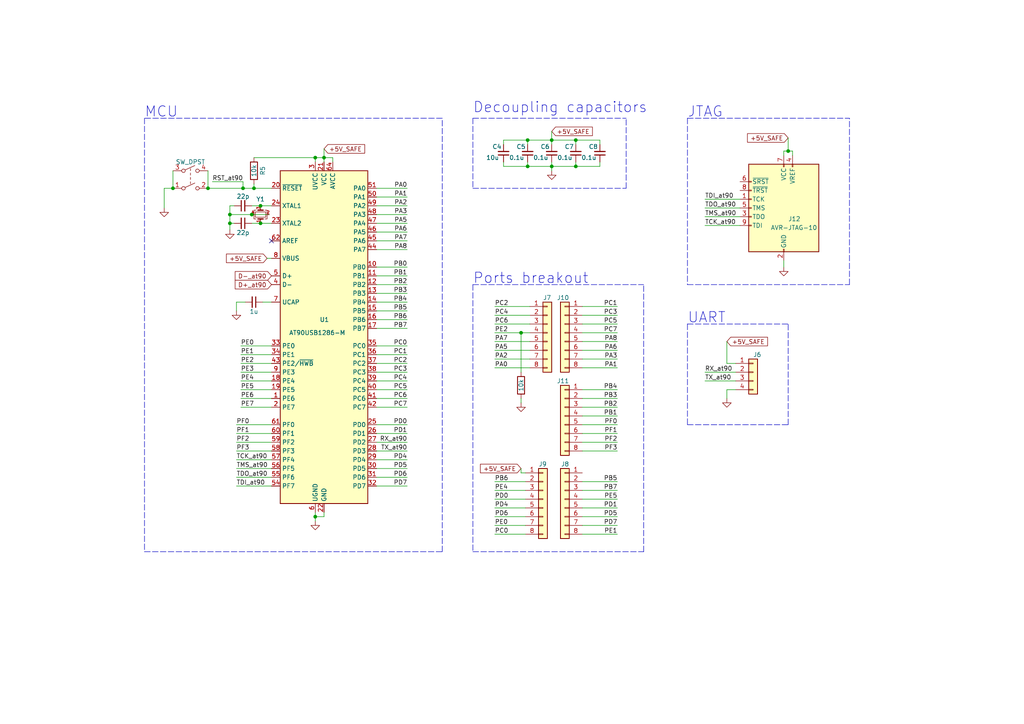
<source format=kicad_sch>
(kicad_sch (version 20211123) (generator eeschema)
  (paper "A4")
  (title_block (title "AVR breakout") (rev "0") (company "Stefano Nicolis"))
  (lib_symbols
    (symbol "Connector:AVR-JTAG-10" (pin_names (offset 1.016))
      (property "Reference" "J" (at -8.89 13.97 0))
      (property "Value" "AVR-JTAG-10" (at 1.27 13.97 0))
      (symbol "AVR-JTAG-10_0_1"
        (rectangle (start -2.667 12.7) (end -2.413 11.938))
        (rectangle (start -0.127 -11.938) (end 0.127 -12.7))
        (rectangle (start -0.127 12.7) (end 0.127 11.938))
        (rectangle (start 10.16 -4.953) (end 9.398 -5.207))
        (rectangle (start 10.16 -2.413) (end 9.398 -2.667))
        (rectangle (start 10.16 0.127) (end 9.398 -0.127))
        (rectangle (start 10.16 2.667) (end 9.398 2.413))
        (rectangle (start 10.16 5.207) (end 9.398 4.953))
        (rectangle (start 10.16 7.747) (end 9.398 7.493))
        (rectangle (start 10.16 12.7) (end -10.16 -12.7) (stroke (width 0.254)) (fill (type background)))
      )
      (symbol "AVR-JTAG-10_1_1"
        (pin passive line (at 12.7 2.54 180) (length 2.54) (name "TCK") (number "1"))
        (pin passive line (at 0 -15.24 90) (length 2.54) hide (name "GND") (number "10"))
        (pin passive line (at 0 -15.24 90) (length 2.54) (name "GND") (number "2"))
        (pin passive line (at 12.7 -2.54 180) (length 2.54) (name "TDO") (number "3"))
        (pin passive line (at -2.54 15.24 270) (length 2.54) (name "VREF") (number "4"))
        (pin passive line (at 12.7 0 180) (length 2.54) (name "TMS") (number "5"))
        (pin passive line (at 12.7 7.62 180) (length 2.54) (name "~{SRST}") (number "6"))
        (pin passive line (at 0 15.24 270) (length 2.54) (name "VCC") (number "7"))
        (pin passive line (at 12.7 5.08 180) (length 2.54) (name "~{TRST}") (number "8"))
        (pin passive line (at 12.7 -5.08 180) (length 2.54) (name "TDI") (number "9"))
      )
    )
    (symbol "Connector_Generic:Conn_01x04" (pin_names (offset 1.016) hide)
      (property "Reference" "J" (at 0 5.08 0))
      (property "Value" "Conn_01x04" (at 0 -7.62 0))
      (symbol "Conn_01x04_1_1"
        (rectangle (start -1.27 -4.953) (end 0 -5.207) (stroke (width 0.1524)))
        (rectangle (start -1.27 -2.413) (end 0 -2.667) (stroke (width 0.1524)))
        (rectangle (start -1.27 0.127) (end 0 -0.127) (stroke (width 0.1524)))
        (rectangle (start -1.27 2.667) (end 0 2.413) (stroke (width 0.1524)))
        (rectangle (start -1.27 3.81) (end 1.27 -6.35) (stroke (width 0.254)) (fill (type background)))
        (pin passive line (at -5.08 2.54 0) (length 3.81) (name "Pin_1") (number "1"))
        (pin passive line (at -5.08 0 0) (length 3.81) (name "Pin_2") (number "2"))
        (pin passive line (at -5.08 -2.54 0) (length 3.81) (name "Pin_3") (number "3"))
        (pin passive line (at -5.08 -5.08 0) (length 3.81) (name "Pin_4") (number "4"))
      )
    )
    (symbol "Connector_Generic:Conn_01x08" (pin_names (offset 1.016) hide)
      (property "Reference" "J" (at 0 10.16 0))
      (property "Value" "Conn_01x08" (at 0 -12.7 0))
      (symbol "Conn_01x08_1_1"
        (rectangle (start -1.27 -10.033) (end 0 -10.287) (stroke (width 0.1524)))
        (rectangle (start -1.27 -7.493) (end 0 -7.747) (stroke (width 0.1524)))
        (rectangle (start -1.27 -4.953) (end 0 -5.207) (stroke (width 0.1524)))
        (rectangle (start -1.27 -2.413) (end 0 -2.667) (stroke (width 0.1524)))
        (rectangle (start -1.27 0.127) (end 0 -0.127) (stroke (width 0.1524)))
        (rectangle (start -1.27 2.667) (end 0 2.413) (stroke (width 0.1524)))
        (rectangle (start -1.27 5.207) (end 0 4.953) (stroke (width 0.1524)))
        (rectangle (start -1.27 7.747) (end 0 7.493) (stroke (width 0.1524)))
        (rectangle (start -1.27 8.89) (end 1.27 -11.43) (stroke (width 0.254)) (fill (type background)))
        (pin passive line (at -5.08 7.62 0) (length 3.81) (name "Pin_1") (number "1"))
        (pin passive line (at -5.08 5.08 0) (length 3.81) (name "Pin_2") (number "2"))
        (pin passive line (at -5.08 2.54 0) (length 3.81) (name "Pin_3") (number "3"))
        (pin passive line (at -5.08 0 0) (length 3.81) (name "Pin_4") (number "4"))
        (pin passive line (at -5.08 -2.54 0) (length 3.81) (name "Pin_5") (number "5"))
        (pin passive line (at -5.08 -5.08 0) (length 3.81) (name "Pin_6") (number "6"))
        (pin passive line (at -5.08 -7.62 0) (length 3.81) (name "Pin_7") (number "7"))
        (pin passive line (at -5.08 -10.16 0) (length 3.81) (name "Pin_8") (number "8"))
      )
    )
    (symbol "Device:C_Small" (pin_numbers hide) (pin_names (offset 0.254) hide)
      (property "Reference" "C" (at 0.254 1.778 0))
      (property "Value" "C_Small" (at 0.254 -2.032 0))
      (symbol "C_Small_0_1"
        (polyline (pts (xy -1.524 -0.508) (xy 1.524 -0.508)) (stroke (width 0.3302)))
        (polyline (pts (xy -1.524 0.508) (xy 1.524 0.508)) (stroke (width 0.3048)))
      )
      (symbol "C_Small_1_1"
        (pin passive line (at 0 2.54 270) (length 2.032) (name "~") (number "1"))
        (pin passive line (at 0 -2.54 90) (length 2.032) (name "~") (number "2"))
      )
    )
    (symbol "Device:Crystal_GND24_Small" (pin_names (offset 1.016) hide)
      (property "Reference" "Y" (at 1.27 4.445 0))
      (property "Value" "Crystal_GND24_Small" (at 1.27 2.54 0))
      (symbol "Crystal_GND24_Small_0_1"
        (rectangle (start -0.762 -1.524) (end 0.762 1.524))
        (polyline (pts (xy -1.27 -0.762) (xy -1.27 0.762)) (stroke (width 0.381)))
        (polyline (pts (xy 1.27 -0.762) (xy 1.27 0.762)) (stroke (width 0.381)))
        (polyline (pts (xy -1.27 -1.27) (xy -1.27 -1.905) (xy 1.27 -1.905) (xy 1.27 -1.27)))
        (polyline (pts (xy -1.27 1.27) (xy -1.27 1.905) (xy 1.27 1.905) (xy 1.27 1.27)))
      )
      (symbol "Crystal_GND24_Small_1_1"
        (pin passive line (at -2.54 0 0) (length 1.27) (name "1") (number "1"))
        (pin passive line (at 0 -2.54 90) (length 0.635) (name "2") (number "2"))
        (pin passive line (at 2.54 0 180) (length 1.27) (name "3") (number "3"))
        (pin passive line (at 0 2.54 270) (length 0.635) (name "4") (number "4"))
      )
    )
    (symbol "Device:R" (pin_numbers hide) (pin_names (offset 0))
      (property "Reference" "R" (at 2.032 0 90))
      (property "Value" "R" (at 0 0 90))
      (symbol "R_0_1"
        (rectangle (start -1.016 -2.54) (end 1.016 2.54) (stroke (width 0.254)))
      )
      (symbol "R_1_1"
        (pin passive line (at 0 3.81 270) (length 1.27) (name "~") (number "1"))
        (pin passive line (at 0 -3.81 90) (length 1.27) (name "~") (number "2"))
      )
    )
    (symbol "MCU_Microchip_AVR:AT90USB1286-M"
      (property "Reference" "U" (at -12.7 49.53 0))
      (property "Value" "AT90USB1286-M" (at 2.54 -49.53 0))
      (symbol "AT90USB1286-M_0_1"
        (rectangle (start -12.7 -48.26) (end 12.7 48.26) (stroke (width 0.254)) (fill (type background)))
      )
      (symbol "AT90USB1286-M_1_1"
        (pin bidirectional line (at -15.24 -17.78 0) (length 2.54) (name "PE6") (number "1"))
        (pin bidirectional line (at 15.24 20.32 180) (length 2.54) (name "PB0") (number "10"))
        (pin bidirectional line (at 15.24 17.78 180) (length 2.54) (name "PB1") (number "11"))
        (pin bidirectional line (at 15.24 15.24 180) (length 2.54) (name "PB2") (number "12"))
        (pin bidirectional line (at 15.24 12.7 180) (length 2.54) (name "PB3") (number "13"))
        (pin bidirectional line (at 15.24 10.16 180) (length 2.54) (name "PB4") (number "14"))
        (pin bidirectional line (at 15.24 7.62 180) (length 2.54) (name "PB5") (number "15"))
        (pin bidirectional line (at 15.24 5.08 180) (length 2.54) (name "PB6") (number "16"))
        (pin bidirectional line (at 15.24 2.54 180) (length 2.54) (name "PB7") (number "17"))
        (pin bidirectional line (at -15.24 -12.7 0) (length 2.54) (name "PE4") (number "18"))
        (pin bidirectional line (at -15.24 -15.24 0) (length 2.54) (name "PE5") (number "19"))
        (pin bidirectional line (at -15.24 -20.32 0) (length 2.54) (name "PE7") (number "2"))
        (pin input line (at -15.24 43.18 0) (length 2.54) (name "~{RESET}") (number "20"))
        (pin power_in line (at 0 50.8 270) (length 2.54) (name "VCC") (number "21"))
        (pin power_in line (at 0 -50.8 90) (length 2.54) (name "GND") (number "22"))
        (pin output line (at -15.24 33.02 0) (length 2.54) (name "XTAL2") (number "23"))
        (pin input line (at -15.24 38.1 0) (length 2.54) (name "XTAL1") (number "24"))
        (pin bidirectional line (at 15.24 -25.4 180) (length 2.54) (name "PD0") (number "25"))
        (pin bidirectional line (at 15.24 -27.94 180) (length 2.54) (name "PD1") (number "26"))
        (pin bidirectional line (at 15.24 -30.48 180) (length 2.54) (name "PD2") (number "27"))
        (pin bidirectional line (at 15.24 -33.02 180) (length 2.54) (name "PD3") (number "28"))
        (pin bidirectional line (at 15.24 -35.56 180) (length 2.54) (name "PD4") (number "29"))
        (pin power_in line (at -2.54 50.8 270) (length 2.54) (name "UVCC") (number "3"))
        (pin bidirectional line (at 15.24 -38.1 180) (length 2.54) (name "PD5") (number "30"))
        (pin bidirectional line (at 15.24 -40.64 180) (length 2.54) (name "PD6") (number "31"))
        (pin bidirectional line (at 15.24 -43.18 180) (length 2.54) (name "PD7") (number "32"))
        (pin bidirectional line (at -15.24 -2.54 0) (length 2.54) (name "PE0") (number "33"))
        (pin bidirectional line (at -15.24 -5.08 0) (length 2.54) (name "PE1") (number "34"))
        (pin bidirectional line (at 15.24 -2.54 180) (length 2.54) (name "PC0") (number "35"))
        (pin bidirectional line (at 15.24 -5.08 180) (length 2.54) (name "PC1") (number "36"))
        (pin bidirectional line (at 15.24 -7.62 180) (length 2.54) (name "PC2") (number "37"))
        (pin bidirectional line (at 15.24 -10.16 180) (length 2.54) (name "PC3") (number "38"))
        (pin bidirectional line (at 15.24 -12.7 180) (length 2.54) (name "PC4") (number "39"))
        (pin bidirectional line (at -15.24 15.24 0) (length 2.54) (name "D-") (number "4"))
        (pin bidirectional line (at 15.24 -15.24 180) (length 2.54) (name "PC5") (number "40"))
        (pin bidirectional line (at 15.24 -17.78 180) (length 2.54) (name "PC6") (number "41"))
        (pin bidirectional line (at 15.24 -20.32 180) (length 2.54) (name "PC7") (number "42"))
        (pin bidirectional line (at -15.24 -7.62 0) (length 2.54) (name "PE2/~{HWB}") (number "43"))
        (pin bidirectional line (at 15.24 25.4 180) (length 2.54) (name "PA7") (number "44"))
        (pin bidirectional line (at 15.24 27.94 180) (length 2.54) (name "PA6") (number "45"))
        (pin bidirectional line (at 15.24 30.48 180) (length 2.54) (name "PA5") (number "46"))
        (pin bidirectional line (at 15.24 33.02 180) (length 2.54) (name "PA4") (number "47"))
        (pin bidirectional line (at 15.24 35.56 180) (length 2.54) (name "PA3") (number "48"))
        (pin bidirectional line (at 15.24 38.1 180) (length 2.54) (name "PA2") (number "49"))
        (pin bidirectional line (at -15.24 17.78 0) (length 2.54) (name "D+") (number "5"))
        (pin bidirectional line (at 15.24 40.64 180) (length 2.54) (name "PA1") (number "50"))
        (pin bidirectional line (at 15.24 43.18 180) (length 2.54) (name "PA0") (number "51"))
        (pin passive line (at 0 50.8 270) (length 2.54) hide (name "VCC") (number "52"))
        (pin passive line (at 0 -50.8 90) (length 2.54) hide (name "GND") (number "53"))
        (pin bidirectional line (at -15.24 -43.18 0) (length 2.54) (name "PF7") (number "54"))
        (pin bidirectional line (at -15.24 -40.64 0) (length 2.54) (name "PF6") (number "55"))
        (pin bidirectional line (at -15.24 -38.1 0) (length 2.54) (name "PF5") (number "56"))
        (pin bidirectional line (at -15.24 -35.56 0) (length 2.54) (name "PF4") (number "57"))
        (pin bidirectional line (at -15.24 -33.02 0) (length 2.54) (name "PF3") (number "58"))
        (pin bidirectional line (at -15.24 -30.48 0) (length 2.54) (name "PF2") (number "59"))
        (pin power_in line (at -2.54 -50.8 90) (length 2.54) (name "UGND") (number "6"))
        (pin bidirectional line (at -15.24 -27.94 0) (length 2.54) (name "PF1") (number "60"))
        (pin bidirectional line (at -15.24 -25.4 0) (length 2.54) (name "PF0") (number "61"))
        (pin passive line (at -15.24 27.94 0) (length 2.54) (name "AREF") (number "62"))
        (pin passive line (at 0 -50.8 90) (length 2.54) hide (name "GND") (number "63"))
        (pin power_in line (at 2.54 50.8 270) (length 2.54) (name "AVCC") (number "64"))
        (pin passive line (at 0 -50.8 90) (length 2.54) hide (name "GND") (number "65"))
        (pin passive line (at -15.24 10.16 0) (length 2.54) (name "UCAP") (number "7"))
        (pin input line (at -15.24 22.86 0) (length 2.54) (name "VBUS") (number "8"))
        (pin bidirectional line (at -15.24 -10.16 0) (length 2.54) (name "PE3") (number "9"))
      )
    )
    (symbol "Switch:SW_DPST" (pin_names (offset 0) hide)
      (property "Reference" "SW" (at 0 5.08 0))
      (property "Value" "SW_DPST" (at 0 -5.08 0))
      (symbol "SW_DPST_0_0"
        (circle (center -2.032 -2.54) (radius 0.508))
        (circle (center -2.032 2.54) (radius 0.508))
        (polyline (pts (xy -1.524 -2.286) (xy 1.27 -1.016)))
        (polyline (pts (xy -1.524 2.794) (xy 1.27 4.064)))
        (polyline (pts (xy 0 -1.27) (xy 0 -0.635)))
        (polyline (pts (xy 0 0) (xy 0 0.635)))
        (polyline (pts (xy 0 1.27) (xy 0 1.905)))
        (polyline (pts (xy 0 2.54) (xy 0 3.175)))
        (circle (center 2.032 -2.54) (radius 0.508))
        (circle (center 2.032 2.54) (radius 0.508))
      )
      (symbol "SW_DPST_1_1"
        (pin passive line (at -5.08 -2.54 0) (length 2.54) (name "1") (number "1"))
        (pin passive line (at 5.08 -2.54 180) (length 2.54) (name "2") (number "2"))
        (pin passive line (at -5.08 2.54 0) (length 2.54) (name "3") (number "3"))
        (pin passive line (at 5.08 2.54 180) (length 2.54) (name "4") (number "4"))
      )
    )
    (symbol "power:GND" (power) (pin_names (offset 0))
      (property "Value" "GND" (at 0 -3.81 0))
      (symbol "GND_0_1"
        (polyline (pts (xy 0 0) (xy 0 -1.27) (xy 1.27 -1.27) (xy 0 -2.54) (xy -1.27 -1.27) (xy 0 -1.27)))
      )
      (symbol "GND_1_1"
        (pin power_in line (at 0 0 270) (length 0) hide (name "GND") (number "1"))
      )
    )
  )
  (junction (at 70.485 54.61))
  (junction (at 60.325 54.61))
  (junction (at 160.02 40.64))
  (junction (at 167.005 48.26))
  (junction (at 73.025 62.23))
  (junction (at 93.98 45.72))
  (junction (at 66.675 62.23))
  (junction (at 66.675 64.77))
  (junction (at 75.565 59.69))
  (junction (at 151.13 96.52))
  (junction (at 91.44 149.86))
  (junction (at 75.565 64.77))
  (junction (at 153.035 40.64))
  (junction (at 167.005 40.64))
  (junction (at 91.44 45.72))
  (junction (at 160.02 48.26))
  (junction (at 50.165 54.61))
  (junction (at 153.035 48.26))
  (junction (at 228.6 43.815))
  (junction (at 73.66 54.61))
  (no_connect (at 78.74 69.85))
  (wire (pts (xy 91.44 46.99) (xy 91.44 45.72)))
  (polyline (pts (xy 199.39 123.19) (xy 228.6 123.19)))
  (wire (pts (xy 168.91 115.57) (xy 179.07 115.57)))
  (wire (pts (xy 77.47 74.93) (xy 78.74 74.93)))
  (wire (pts (xy 78.74 100.33) (xy 69.85 100.33)))
  (wire (pts (xy 78.74 118.11) (xy 69.85 118.11)))
  (wire (pts (xy 68.58 133.35) (xy 78.74 133.35)))
  (wire (pts (xy 173.99 40.64) (xy 173.99 41.91)))
  (wire (pts (xy 151.13 137.16) (xy 152.4 137.16)))
  (wire (pts (xy 73.025 59.69) (xy 75.565 59.69)))
  (wire (pts (xy 168.91 91.44) (xy 179.07 91.44)))
  (wire (pts (xy 228.6 40.005) (xy 228.6 43.815)))
  (wire (pts (xy 68.58 135.89) (xy 78.74 135.89)))
  (wire (pts (xy 109.22 72.39) (xy 118.11 72.39)))
  (wire (pts (xy 109.22 92.71) (xy 118.11 92.71)))
  (wire (pts (xy 76.2 87.63) (xy 78.74 87.63)))
  (wire (pts (xy 153.035 48.26) (xy 153.035 46.99)))
  (wire (pts (xy 109.22 100.33) (xy 118.11 100.33)))
  (wire (pts (xy 168.91 106.68) (xy 179.07 106.68)))
  (wire (pts (xy 109.22 105.41) (xy 118.11 105.41)))
  (wire (pts (xy 109.22 115.57) (xy 118.11 115.57)))
  (wire (pts (xy 168.91 139.7) (xy 179.07 139.7)))
  (wire (pts (xy 179.07 149.86) (xy 168.91 149.86)))
  (wire (pts (xy 91.44 149.86) (xy 93.98 149.86)))
  (polyline (pts (xy 186.69 160.02) (xy 186.69 82.55)))
  (wire (pts (xy 167.005 40.64) (xy 167.005 41.91)))
  (wire (pts (xy 109.22 67.31) (xy 118.11 67.31)))
  (wire (pts (xy 66.675 62.23) (xy 73.025 62.23)))
  (wire (pts (xy 168.91 128.27) (xy 179.07 128.27)))
  (wire (pts (xy 151.13 96.52) (xy 153.67 96.52)))
  (polyline (pts (xy 41.91 160.02) (xy 128.27 160.02)))
  (wire (pts (xy 153.035 48.26) (xy 146.05 48.26)))
  (wire (pts (xy 146.05 40.64) (xy 153.035 40.64)))
  (wire (pts (xy 160.02 48.26) (xy 153.035 48.26)))
  (polyline (pts (xy 137.16 82.55) (xy 186.69 82.55)))
  (wire (pts (xy 47.625 54.61) (xy 47.625 60.325)))
  (wire (pts (xy 70.485 54.61) (xy 73.66 54.61)))
  (wire (pts (xy 143.51 149.86) (xy 152.4 149.86)))
  (wire (pts (xy 160.02 40.64) (xy 167.005 40.64)))
  (wire (pts (xy 143.51 139.7) (xy 152.4 139.7)))
  (wire (pts (xy 168.91 99.06) (xy 179.07 99.06)))
  (wire (pts (xy 78.74 102.87) (xy 69.85 102.87)))
  (wire (pts (xy 168.91 144.78) (xy 179.07 144.78)))
  (wire (pts (xy 67.945 59.69) (xy 66.675 59.69)))
  (wire (pts (xy 93.98 43.18) (xy 93.98 45.72)))
  (wire (pts (xy 204.47 107.95) (xy 213.36 107.95)))
  (polyline (pts (xy 137.16 34.29) (xy 137.16 54.61)))
  (wire (pts (xy 213.36 113.03) (xy 210.82 113.03)))
  (wire (pts (xy 93.98 148.59) (xy 93.98 149.86)))
  (wire (pts (xy 204.47 57.785) (xy 214.63 57.785)))
  (wire (pts (xy 160.02 48.26) (xy 160.02 49.53)))
  (wire (pts (xy 143.51 91.44) (xy 153.67 91.44)))
  (wire (pts (xy 50.165 49.53) (xy 50.165 54.61)))
  (wire (pts (xy 91.44 148.59) (xy 91.44 149.86)))
  (wire (pts (xy 73.66 45.72) (xy 91.44 45.72)))
  (wire (pts (xy 143.51 88.9) (xy 153.67 88.9)))
  (wire (pts (xy 109.22 113.03) (xy 118.11 113.03)))
  (wire (pts (xy 61.595 52.705) (xy 70.485 52.705)))
  (wire (pts (xy 143.51 147.32) (xy 152.4 147.32)))
  (polyline (pts (xy 137.16 34.29) (xy 181.61 34.29)))
  (polyline (pts (xy 137.16 54.61) (xy 181.61 54.61)))
  (wire (pts (xy 50.165 54.61) (xy 47.625 54.61)))
  (wire (pts (xy 168.91 104.14) (xy 179.07 104.14)))
  (wire (pts (xy 60.325 49.53) (xy 60.325 54.61)))
  (wire (pts (xy 78.74 113.03) (xy 69.85 113.03)))
  (wire (pts (xy 68.58 130.81) (xy 78.74 130.81)))
  (wire (pts (xy 168.91 147.32) (xy 179.07 147.32)))
  (wire (pts (xy 66.675 64.77) (xy 67.945 64.77)))
  (wire (pts (xy 66.675 62.23) (xy 66.675 64.77)))
  (wire (pts (xy 151.13 135.89) (xy 151.13 137.16)))
  (wire (pts (xy 109.22 77.47) (xy 118.11 77.47)))
  (wire (pts (xy 143.51 93.98) (xy 153.67 93.98)))
  (wire (pts (xy 109.22 135.89) (xy 118.11 135.89)))
  (wire (pts (xy 109.22 130.81) (xy 118.11 130.81)))
  (wire (pts (xy 143.51 96.52) (xy 151.13 96.52)))
  (wire (pts (xy 143.51 154.94) (xy 152.4 154.94)))
  (wire (pts (xy 168.91 118.11) (xy 179.07 118.11)))
  (wire (pts (xy 68.58 128.27) (xy 78.74 128.27)))
  (wire (pts (xy 109.22 128.27) (xy 118.11 128.27)))
  (wire (pts (xy 109.22 57.15) (xy 118.11 57.15)))
  (wire (pts (xy 109.22 133.35) (xy 118.11 133.35)))
  (wire (pts (xy 91.44 45.72) (xy 93.98 45.72)))
  (wire (pts (xy 68.58 125.73) (xy 78.74 125.73)))
  (wire (pts (xy 204.47 62.865) (xy 214.63 62.865)))
  (wire (pts (xy 109.22 102.87) (xy 118.11 102.87)))
  (wire (pts (xy 204.47 65.405) (xy 214.63 65.405)))
  (wire (pts (xy 78.74 105.41) (xy 69.85 105.41)))
  (wire (pts (xy 227.33 43.815) (xy 227.33 45.085)))
  (wire (pts (xy 153.035 40.64) (xy 160.02 40.64)))
  (wire (pts (xy 160.02 40.64) (xy 160.02 41.91)))
  (wire (pts (xy 60.325 54.61) (xy 70.485 54.61)))
  (wire (pts (xy 109.22 138.43) (xy 118.11 138.43)))
  (wire (pts (xy 146.05 41.91) (xy 146.05 40.64)))
  (wire (pts (xy 143.51 104.14) (xy 153.67 104.14)))
  (wire (pts (xy 109.22 123.19) (xy 118.11 123.19)))
  (wire (pts (xy 160.02 38.1) (xy 160.02 40.64)))
  (wire (pts (xy 109.22 64.77) (xy 118.11 64.77)))
  (wire (pts (xy 73.66 54.61) (xy 78.74 54.61)))
  (polyline (pts (xy 199.39 34.29) (xy 246.38 34.29)))
  (wire (pts (xy 66.675 59.69) (xy 66.675 62.23)))
  (wire (pts (xy 167.005 48.26) (xy 160.02 48.26)))
  (wire (pts (xy 204.47 60.325) (xy 214.63 60.325)))
  (wire (pts (xy 168.91 96.52) (xy 179.07 96.52)))
  (wire (pts (xy 168.91 120.65) (xy 179.07 120.65)))
  (wire (pts (xy 78.74 115.57) (xy 69.85 115.57)))
  (wire (pts (xy 73.66 53.34) (xy 73.66 54.61)))
  (wire (pts (xy 179.07 152.4) (xy 168.91 152.4)))
  (wire (pts (xy 93.98 45.72) (xy 93.98 46.99)))
  (wire (pts (xy 109.22 82.55) (xy 118.11 82.55)))
  (wire (pts (xy 143.51 152.4) (xy 152.4 152.4)))
  (polyline (pts (xy 137.16 82.55) (xy 137.16 160.02)))
  (polyline (pts (xy 246.38 82.55) (xy 246.38 34.29)))
  (wire (pts (xy 143.51 99.06) (xy 153.67 99.06)))
  (wire (pts (xy 168.91 93.98) (xy 179.07 93.98)))
  (polyline (pts (xy 41.91 34.29) (xy 41.91 160.02)))
  (wire (pts (xy 167.005 40.64) (xy 173.99 40.64)))
  (wire (pts (xy 109.22 87.63) (xy 118.11 87.63)))
  (wire (pts (xy 168.91 88.9) (xy 179.07 88.9)))
  (wire (pts (xy 153.035 40.64) (xy 153.035 41.91)))
  (wire (pts (xy 66.675 64.77) (xy 66.675 66.675)))
  (wire (pts (xy 227.33 75.565) (xy 227.33 77.47)))
  (wire (pts (xy 213.36 105.41) (xy 210.82 105.41)))
  (wire (pts (xy 228.6 43.815) (xy 227.33 43.815)))
  (wire (pts (xy 143.51 106.68) (xy 153.67 106.68)))
  (wire (pts (xy 68.58 140.97) (xy 78.74 140.97)))
  (polyline (pts (xy 199.39 93.98) (xy 199.39 123.19)))
  (wire (pts (xy 68.58 138.43) (xy 78.74 138.43)))
  (wire (pts (xy 70.485 54.61) (xy 70.485 52.705)))
  (polyline (pts (xy 228.6 123.19) (xy 228.6 93.98)))
  (wire (pts (xy 204.47 110.49) (xy 213.36 110.49)))
  (wire (pts (xy 109.22 69.85) (xy 118.11 69.85)))
  (wire (pts (xy 93.98 45.72) (xy 96.52 45.72)))
  (wire (pts (xy 78.74 107.95) (xy 69.85 107.95)))
  (wire (pts (xy 109.22 62.23) (xy 118.11 62.23)))
  (wire (pts (xy 146.05 48.26) (xy 146.05 46.99)))
  (wire (pts (xy 168.91 123.19) (xy 179.07 123.19)))
  (wire (pts (xy 229.87 45.085) (xy 229.87 43.815)))
  (wire (pts (xy 68.58 123.19) (xy 78.74 123.19)))
  (wire (pts (xy 160.02 48.26) (xy 160.02 46.99)))
  (wire (pts (xy 109.22 140.97) (xy 118.11 140.97)))
  (wire (pts (xy 96.52 45.72) (xy 96.52 46.99)))
  (wire (pts (xy 168.91 125.73) (xy 179.07 125.73)))
  (wire (pts (xy 109.22 95.25) (xy 118.11 95.25)))
  (wire (pts (xy 71.12 87.63) (xy 68.58 87.63)))
  (wire (pts (xy 168.91 101.6) (xy 179.07 101.6)))
  (wire (pts (xy 210.82 99.06) (xy 210.82 105.41)))
  (wire (pts (xy 109.22 54.61) (xy 118.11 54.61)))
  (wire (pts (xy 109.22 110.49) (xy 118.11 110.49)))
  (wire (pts (xy 68.58 87.63) (xy 68.58 90.17)))
  (wire (pts (xy 109.22 80.01) (xy 118.11 80.01)))
  (wire (pts (xy 228.6 43.815) (xy 229.87 43.815)))
  (wire (pts (xy 109.22 107.95) (xy 118.11 107.95)))
  (wire (pts (xy 210.82 113.03) (xy 210.82 115.57)))
  (wire (pts (xy 173.99 46.99) (xy 173.99 48.26)))
  (polyline (pts (xy 181.61 54.61) (xy 181.61 34.29)))
  (wire (pts (xy 73.025 62.23) (xy 78.105 62.23)))
  (polyline (pts (xy 137.16 160.02) (xy 186.69 160.02)))
  (wire (pts (xy 143.51 142.24) (xy 152.4 142.24)))
  (wire (pts (xy 151.13 96.52) (xy 151.13 107.95)))
  (wire (pts (xy 78.74 110.49) (xy 69.85 110.49)))
  (polyline (pts (xy 128.27 160.02) (xy 128.27 34.29)))
  (polyline (pts (xy 128.27 34.29) (xy 41.91 34.29)))
  (wire (pts (xy 109.22 59.69) (xy 118.11 59.69)))
  (wire (pts (xy 91.44 149.86) (xy 91.44 151.13)))
  (wire (pts (xy 179.07 154.94) (xy 168.91 154.94)))
  (polyline (pts (xy 199.39 93.98) (xy 228.6 93.98)))
  (wire (pts (xy 173.99 48.26) (xy 167.005 48.26)))
  (polyline (pts (xy 199.39 82.55) (xy 246.38 82.55)))
  (wire (pts (xy 168.91 113.03) (xy 179.07 113.03)))
  (wire (pts (xy 151.13 115.57) (xy 151.13 116.84)))
  (wire (pts (xy 109.22 125.73) (xy 118.11 125.73)))
  (wire (pts (xy 109.22 85.09) (xy 118.11 85.09)))
  (wire (pts (xy 167.005 48.26) (xy 167.005 46.99)))
  (wire (pts (xy 143.51 144.78) (xy 152.4 144.78)))
  (wire (pts (xy 109.22 90.17) (xy 118.11 90.17)))
  (wire (pts (xy 143.51 101.6) (xy 153.67 101.6)))
  (polyline (pts (xy 199.39 34.29) (xy 199.39 82.55)))
  (wire (pts (xy 75.565 64.77) (xy 78.74 64.77)))
  (wire (pts (xy 109.22 118.11) (xy 118.11 118.11)))
  (wire (pts (xy 168.91 142.24) (xy 179.07 142.24)))
  (wire (pts (xy 73.025 64.77) (xy 75.565 64.77)))
  (wire (pts (xy 75.565 59.69) (xy 78.74 59.69)))
  (wire (pts (xy 168.91 130.81) (xy 179.07 130.81)))
  (text "Ports breakout" (at 137.16 82.55 0) (effects (font (size 3 3)) (justify left bottom)))
  (text "MCU" (at 41.91 34.29 0) (effects (font (size 3 3)) (justify left bottom)))
  (text "JTAG" (at 199.39 34.29 0) (effects (font (size 3 3)) (justify left bottom)))
  (text "UART" (at 199.39 93.98 0) (effects (font (size 3 3)) (justify left bottom)))
  (text "Decoupling capacitors" (at 137.16 33.02 0) (effects (font (size 3 3)) (justify left bottom)))
  (label "PB3" (at 179.07 115.57 180))
  (label "TCK_at90" (at 68.58 133.35 0))
  (label "PC5" (at 179.07 93.98 180))
  (label "PA0" (at 143.51 106.68 0))
  (label "PE7" (at 69.85 118.11 0))
  (label "PB1" (at 118.11 80.01 180))
  (label "PC4" (at 143.51 91.44 0))
  (label "PF1" (at 68.58 125.73 0))
  (label "PA0" (at 118.11 54.61 180))
  (label "PF3" (at 179.07 130.81 180))
  (label "PD5" (at 179.07 149.86 180))
  (label "PF2" (at 68.58 128.27 0))
  (label "PD6" (at 143.51 149.86 0))
  (label "PA1" (at 179.07 106.68 180))
  (label "PA5" (at 143.51 101.6 0))
  (label "PA8" (at 179.07 99.06 180))
  (label "PA6" (at 118.11 67.31 180))
  (label "PB5" (at 118.11 90.17 180))
  (label "RX_at90" (at 204.47 107.95 0))
  (label "PE1" (at 69.85 102.87 0))
  (label "PB6" (at 143.51 139.7 0))
  (label "PC1" (at 179.07 88.9 180))
  (label "PC3" (at 179.07 91.44 180))
  (label "PB6" (at 118.11 92.71 180))
  (label "PE6" (at 69.85 115.57 0))
  (label "TX_at90" (at 118.11 130.81 180))
  (label "PE5" (at 179.07 144.78 180))
  (label "PD7" (at 179.07 152.4 180))
  (label "PC3" (at 118.11 107.95 180))
  (label "TDI_at90" (at 204.47 57.785 0))
  (label "PC2" (at 118.11 105.41 180))
  (label "PB0" (at 118.11 77.47 180))
  (label "PF1" (at 179.07 125.73 180))
  (label "PC4" (at 118.11 110.49 180))
  (label "PE4" (at 69.85 110.49 0))
  (label "PD0" (at 143.51 144.78 0))
  (label "PC5" (at 118.11 113.03 180))
  (label "PC0" (at 118.11 100.33 180))
  (label "TDO_at90" (at 204.47 60.325 0))
  (label "PF0" (at 179.07 123.19 180))
  (label "PA7" (at 118.11 69.85 180))
  (label "PC2" (at 143.51 88.9 0))
  (label "PB7" (at 118.11 95.25 180))
  (label "PC7" (at 118.11 118.11 180))
  (label "TDO_at90" (at 68.58 138.43 0))
  (label "PB3" (at 118.11 85.09 180))
  (label "TX_at90" (at 204.47 110.49 0))
  (label "PC6" (at 118.11 115.57 180))
  (label "PF3" (at 68.58 130.81 0))
  (label "PD7" (at 118.11 140.97 180))
  (label "TMS_at90" (at 68.58 135.89 0))
  (label "PE0" (at 69.85 100.33 0))
  (label "PB2" (at 118.11 82.55 180))
  (label "PE3" (at 69.85 107.95 0))
  (label "RST_at90" (at 61.595 52.705 0))
  (label "PC1" (at 118.11 102.87 180))
  (label "PD6" (at 118.11 138.43 180))
  (label "TMS_at90" (at 204.47 62.865 0))
  (label "PE1" (at 179.07 154.94 180))
  (label "PD4" (at 118.11 133.35 180))
  (label "PD5" (at 118.11 135.89 180))
  (label "PE5" (at 69.85 113.03 0))
  (label "PD4" (at 143.51 147.32 0))
  (label "PA3" (at 179.07 104.14 180))
  (label "PE4" (at 143.51 142.24 0))
  (label "PB7" (at 179.07 142.24 180))
  (label "PF0" (at 68.58 123.19 0))
  (label "PD0" (at 118.11 123.19 180))
  (label "PA6" (at 179.07 101.6 180))
  (label "PB1" (at 179.07 120.65 180))
  (label "PE0" (at 143.51 152.4 0))
  (label "PE2" (at 143.51 96.52 0))
  (label "PC7" (at 179.07 96.52 180))
  (label "PB2" (at 179.07 118.11 180))
  (label "PC6" (at 143.51 93.98 0))
  (label "TDI_at90" (at 68.58 140.97 0))
  (label "PB4" (at 179.07 113.03 180))
  (label "RX_at90" (at 118.11 128.27 180))
  (label "PA5" (at 118.11 64.77 180))
  (label "PA2" (at 143.51 104.14 0))
  (label "PC0" (at 143.51 154.94 0))
  (label "PF2" (at 179.07 128.27 180))
  (label "PA8" (at 118.11 72.39 180))
  (label "PA1" (at 118.11 57.15 180))
  (label "PA3" (at 118.11 62.23 180))
  (label "PB5" (at 179.07 139.7 180))
  (label "PD1" (at 118.11 125.73 180))
  (label "PD1" (at 179.07 147.32 180))
  (label "PB4" (at 118.11 87.63 180))
  (label "PA2" (at 118.11 59.69 180))
  (label "PE2" (at 69.85 105.41 0))
  (label "PA7" (at 143.51 99.06 0))
  (label "TCK_at90" (at 204.47 65.405 0))
  (global_label "+5V_SAFE" (shape input) (at 151.13 135.89 180) (property "Intersheet References" "${INTERSHEET_REFS}" (effects hide)))
  (global_label "+5V_SAFE" (shape input) (at 93.98 43.18 0) (property "Intersheet References" "${INTERSHEET_REFS}" (effects hide)))
  (global_label "D-_at90" (shape input) (at 78.74 80.01 180) (property "Intersheet References" "${INTERSHEET_REFS}" (effects hide)))
  (global_label "+5V_SAFE" (shape input) (at 228.6 40.005 180) (property "Intersheet References" "${INTERSHEET_REFS}" (effects hide)))
  (global_label "+5V_SAFE" (shape input) (at 210.82 99.06 0) (property "Intersheet References" "${INTERSHEET_REFS}" (effects hide)))
  (global_label "D+_at90" (shape input) (at 78.74 82.55 180) (property "Intersheet References" "${INTERSHEET_REFS}" (effects hide)))
  (global_label "+5V_SAFE" (shape input) (at 77.47 74.93 180) (property "Intersheet References" "${INTERSHEET_REFS}" (effects hide)))
  (global_label "+5V_SAFE" (shape input) (at 160.02 38.1 0) (property "Intersheet References" "${INTERSHEET_REFS}" (effects hide)))
  (symbol (lib_id "power:GND") (at 227.33 77.47 0) (unit 1)
    (property "Reference" "#PWR013" (effects hide))
    (property "Value" "GND" (effects hide))
  )
  (symbol (lib_id "MCU_Microchip_AVR:AT90USB1286-M") (at 93.98 97.79 0) (unit 1)
    (property "Reference" "U1" (at 92.71 92.71 0) (effects (justify left)))
    (property "Value" "AT90USB1286-M" (at 83.82 96.52 0) (effects (justify left)))
    (property "Footprint" "Package_DFN_QFN:QFN-64-1EP_9x9mm_P0.5mm_EP7.5x7.5mm" (effects hide))
    (property "Datasheet" "http://ww1.microchip.com/downloads/en/DeviceDoc/doc7593.pdf" (effects hide))
  )
  (symbol (lib_id "power:GND") (at 160.02 49.53 0) (unit 1)
    (property "Reference" "#PWR010" (effects hide))
    (property "Value" "GND" (effects hide))
  )
  (symbol (lib_id "Switch:SW_DPST") (at 55.245 52.07 0) (unit 1)
    (property "Reference" "SW1" (effects hide))
    (property "Value" "SW_DPST" (at 55.245 46.9701 0))
    (property "Footprint" "PTS526:PTS526" (effects hide))
  )
  (symbol (lib_id "Device:C_Small") (at 173.99 44.45 180) (unit 1)
    (property "Reference" "C8" (at 172.085 42.545 0))
    (property "Value" "0.1u" (at 170.815 45.72 0))
    (property "Footprint" "Capacitor_SMD:C_0603_1608Metric" (effects hide))
  )
  (symbol (lib_id "Connector_Generic:Conn_01x08") (at 163.83 96.52 0) (mirror y) (unit 1)
    (property "Reference" "J10" (at 165.1 86.36 0) (effects (justify left)))
    (property "Value" "Conn_01x08" (effects hide))
    (property "Footprint" "Connector_PinHeader_2.54mm:PinHeader_1x08_P2.54mm_Vertical" (effects hide))
  )
  (symbol (lib_id "Connector_Generic:Conn_01x08") (at 163.83 144.78 0) (mirror y) (unit 1)
    (property "Reference" "J8" (at 165.1 134.62 0) (effects (justify left)))
    (property "Value" "Conn_01x08" (effects hide))
    (property "Footprint" "Connector_PinHeader_2.54mm:PinHeader_1x08_P2.54mm_Vertical" (effects hide))
  )
  (symbol (lib_id "Connector_Generic:Conn_01x08") (at 158.75 96.52 0) (unit 1)
    (property "Reference" "J7" (at 157.48 86.36 0) (effects (justify left)))
    (property "Value" "Conn_01x08" (effects hide))
    (property "Footprint" "Connector_PinHeader_2.54mm:PinHeader_1x08_P2.54mm_Vertical" (effects hide))
  )
  (symbol (lib_id "Connector:AVR-JTAG-10") (at 227.33 60.325 0) (mirror y) (unit 1)
    (property "Reference" "J12" (at 228.6 63.5 0) (effects (justify right)))
    (property "Value" "AVR-JTAG-10" (at 223.52 66.04 0) (effects (justify right)))
    (property "Footprint" "Connector_PinHeader_2.54mm:PinHeader_2x05_P2.54mm_Vertical" (effects hide))
    (property "Datasheet" " ~" (effects hide))
  )
  (symbol (lib_id "Connector_Generic:Conn_01x04") (at 218.44 107.95 0) (unit 1)
    (property "Reference" "J6" (at 218.44 102.87 0) (effects (justify left)))
    (property "Value" "Conn_01x04" (effects hide))
    (property "Footprint" "Connector_PinHeader_2.54mm:PinHeader_1x04_P2.54mm_Vertical" (effects hide))
  )
  (symbol (lib_id "Device:C_Small") (at 73.66 87.63 270) (unit 1)
    (property "Reference" "C3" (effects hide))
    (property "Value" "1u" (at 73.6537 90.355 90))
    (property "Footprint" "Capacitor_SMD:C_0603_1608Metric" (effects hide))
  )
  (symbol (lib_id "power:GND") (at 47.625 60.325 0) (unit 1)
    (property "Reference" "#PWR05" (effects hide))
    (property "Value" "GND" (effects hide))
  )
  (symbol (lib_id "Device:C_Small") (at 167.005 44.45 180) (unit 1)
    (property "Reference" "C7" (at 165.1 42.545 0))
    (property "Value" "0.1u" (at 163.83 45.72 0))
    (property "Footprint" "Capacitor_SMD:C_0603_1608Metric" (effects hide))
  )
  (symbol (lib_id "power:GND") (at 68.58 90.17 0) (unit 1)
    (property "Reference" "#PWR07" (effects hide))
    (property "Value" "GND" (effects hide))
  )
  (symbol (lib_id "power:GND") (at 151.13 116.84 0) (unit 1)
    (property "Reference" "#PWR012" (effects hide))
    (property "Value" "GND" (effects hide))
  )
  (symbol (lib_id "Connector_Generic:Conn_01x08") (at 163.83 120.65 0) (mirror y) (unit 1)
    (property "Reference" "J11" (at 165.1 110.49 0) (effects (justify left)))
    (property "Value" "Conn_01x08" (effects hide))
    (property "Footprint" "Connector_PinHeader_2.54mm:PinHeader_1x08_P2.54mm_Vertical" (effects hide))
  )
  (symbol (lib_id "power:GND") (at 91.44 151.13 0) (unit 1)
    (property "Reference" "#PWR08" (effects hide))
    (property "Value" "GND" (effects hide))
  )
  (symbol (lib_id "Device:C_Small") (at 160.02 44.45 180) (unit 1)
    (property "Reference" "C6" (at 158.115 42.545 0))
    (property "Value" "0.1u" (at 156.845 45.72 0))
    (property "Footprint" "Capacitor_SMD:C_0603_1608Metric" (effects hide))
  )
  (symbol (lib_id "Device:R") (at 73.66 49.53 180) (unit 1)
    (property "Reference" "R5" (at 76.2 49.53 90))
    (property "Value" "10k" (at 73.66 49.53 90))
    (property "Footprint" "Resistor_SMD:R_0603_1608Metric" (effects hide))
  )
  (symbol (lib_id "Device:C_Small") (at 70.485 64.77 270) (unit 1)
    (property "Reference" "C2" (effects hide))
    (property "Value" "22p" (at 70.4787 67.495 90))
    (property "Footprint" "Capacitor_SMD:C_0603_1608Metric" (effects hide))
  )
  (symbol (lib_id "Device:R") (at 151.13 111.76 180) (unit 1)
    (property "Reference" "R6" (effects hide))
    (property "Value" "10k" (at 151.13 111.76 90))
    (property "Footprint" "Resistor_SMD:R_0603_1608Metric" (effects hide))
  )
  (symbol (lib_id "Device:C_Small") (at 146.05 44.45 180) (unit 1)
    (property "Reference" "C4" (at 144.145 42.545 0))
    (property "Value" "10u" (at 142.875 45.72 0))
    (property "Footprint" "Capacitor_SMD:C_0603_1608Metric" (effects hide))
  )
  (symbol (lib_id "Connector_Generic:Conn_01x08") (at 157.48 144.78 0) (unit 1)
    (property "Reference" "J9" (at 156.21 134.62 0) (effects (justify left)))
    (property "Value" "Conn_01x08" (effects hide))
    (property "Footprint" "Connector_PinHeader_2.54mm:PinHeader_1x08_P2.54mm_Vertical" (effects hide))
  )
  (symbol (lib_id "Device:C_Small") (at 70.485 59.69 90) (unit 1)
    (property "Reference" "C1" (effects hide))
    (property "Value" "22p" (at 70.4913 56.965 90))
    (property "Footprint" "Capacitor_SMD:C_0603_1608Metric" (effects hide))
  )
  (symbol (lib_id "Device:C_Small") (at 153.035 44.45 180) (unit 1)
    (property "Reference" "C5" (at 151.13 42.545 0))
    (property "Value" "0.1u" (at 149.86 45.72 0))
    (property "Footprint" "Capacitor_SMD:C_0603_1608Metric" (effects hide))
  )
  (symbol (lib_id "power:GND") (at 66.675 66.675 0) (unit 1)
    (property "Reference" "#PWR06" (effects hide))
    (property "Value" "GND" (effects hide))
  )
  (symbol (lib_id "power:GND") (at 210.82 115.57 0) (unit 1)
    (property "Reference" "#PWR011" (effects hide))
    (property "Value" "GND" (effects hide))
  )
  (symbol (lib_id "Device:Crystal_GND24_Small") (at 75.565 62.23 90) (unit 1)
    (property "Reference" "Y1" (at 75.565 57.785 90))
    (property "Value" "Crystal_GND24_Small" (effects hide))
    (property "Footprint" "Crystal:Crystal_SMD_2016-4Pin_2.0x1.6mm" (effects hide))
  )
)
</source>
